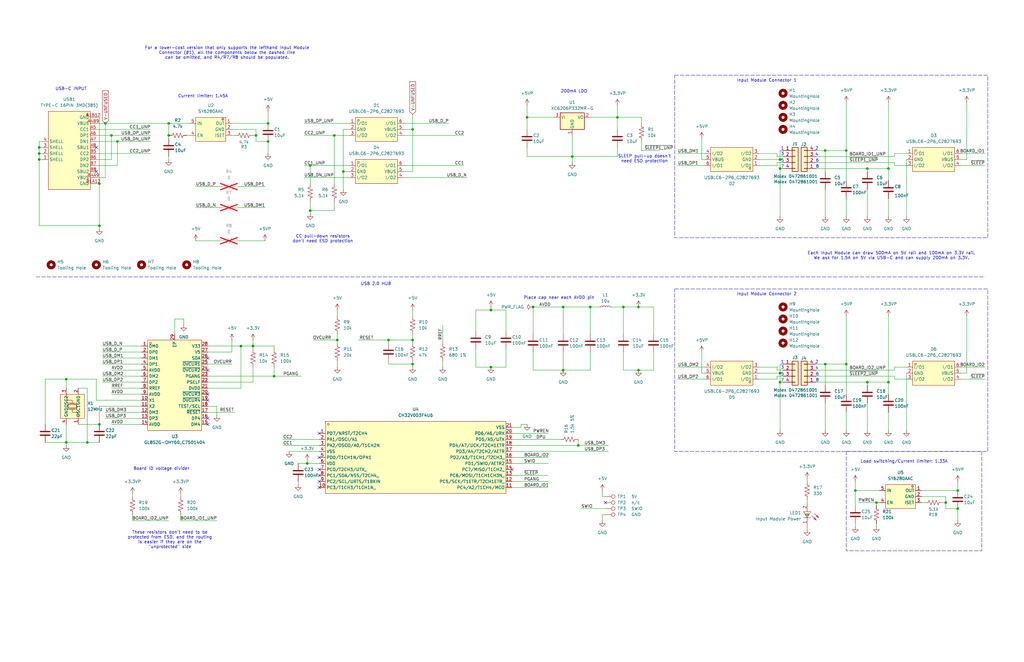
<source format=kicad_sch>
(kicad_sch (version 20231120) (generator "eeschema") (generator_version "8.0")
  (paper "B")
  (junction (at 27.94 186.69))
  (junction (at 129.54 195.58))
  (junction (at 374.65 161.29))
  (junction (at 241.3 66.04))
  (junction (at 144.78 72.39))
  (junction (at 328.93 161.29))
  (junction (at 347.98 63.5))
  (junction (at 237.49 129.54))
  (junction (at 224.79 129.54))
  (junction (at 41.91 179.07))
  (junction (at 403.86 207.01))
  (junction (at 328.93 67.31))
  (junction (at 403.86 214.63))
  (junction (at 115.57 158.75))
  (junction (at 113.03 59.69))
  (junction (at 41.91 95.25))
  (junction (at 398.78 212.09))
  (junction (at 328.93 71.12))
  (junction (at 237.49 156.21))
  (junction (at 173.99 54.61))
  (junction (at 44.45 52.07))
  (junction (at 262.89 129.54))
  (junction (at 173.99 143.51))
  (junction (at 248.92 129.54))
  (junction (at 130.81 88.9))
  (junction (at 130.81 69.85))
  (junction (at 49.53 59.69))
  (junction (at 16.51 64.77))
  (junction (at 356.87 153.67))
  (junction (at 27.94 160.02))
  (junction (at 46.99 57.15))
  (junction (at 222.25 49.53))
  (junction (at 269.24 129.54))
  (junction (at 374.65 71.12))
  (junction (at 101.6 146.05))
  (junction (at 113.03 52.07))
  (junction (at 173.99 153.67))
  (junction (at 140.97 57.15))
  (junction (at 243.84 187.96))
  (junction (at 207.01 154.94))
  (junction (at 328.93 157.48))
  (junction (at 16.51 67.31))
  (junction (at 347.98 153.67))
  (junction (at 71.12 52.07))
  (junction (at 106.68 146.05))
  (junction (at 260.35 49.53))
  (junction (at 16.51 62.23))
  (junction (at 360.68 207.01))
  (junction (at 369.57 212.09))
  (junction (at 107.95 57.15))
  (junction (at 142.24 143.51))
  (junction (at 71.12 57.15))
  (junction (at 356.87 63.5))
  (junction (at 41.91 77.47))
  (junction (at 36.83 186.69))
  (junction (at 163.83 143.51))
  (junction (at 365.76 161.29))
  (junction (at 207.01 130.81))
  (junction (at 365.76 71.12))
  (junction (at 269.24 156.21))
  (no_connect (at 87.63 168.91))
  (no_connect (at 134.62 198.12))
  (no_connect (at 255.27 212.09))
  (no_connect (at 134.62 182.88))
  (no_connect (at 87.63 179.07))
  (no_connect (at 87.63 156.21))
  (no_connect (at 87.63 166.37))
  (no_connect (at 40.64 72.39))
  (no_connect (at 134.62 205.74))
  (no_connect (at 134.62 193.04))
  (no_connect (at 87.63 151.13))
  (no_connect (at 134.62 200.66))
  (no_connect (at 215.9 198.12))
  (no_connect (at 87.63 176.53))
  (no_connect (at 40.64 62.23))
  (no_connect (at 134.62 203.2))
  (wire (pts (xy 40.64 69.85) (xy 49.53 69.85)))
  (wire (pts (xy 40.64 52.07) (xy 44.45 52.07)))
  (wire (pts (xy 327.66 158.75) (xy 327.66 160.02)))
  (wire (pts (xy 403.86 203.2) (xy 403.86 207.01)))
  (wire (pts (xy 115.57 146.05) (xy 115.57 147.32)))
  (wire (pts (xy 44.45 52.07) (xy 71.12 52.07)))
  (wire (pts (xy 361.95 212.09) (xy 369.57 212.09)))
  (wire (pts (xy 374.65 166.37) (xy 374.65 161.29)))
  (wire (pts (xy 113.03 59.69) (xy 113.03 64.77)))
  (wire (pts (xy 295.91 148.59) (xy 295.91 157.48)))
  (wire (pts (xy 327.66 68.58) (xy 327.66 69.85)))
  (wire (pts (xy 356.87 76.2) (xy 356.87 63.5)))
  (wire (pts (xy 330.2 156.21) (xy 327.66 156.21)))
  (wire (pts (xy 340.36 210.82) (xy 340.36 212.09)))
  (wire (pts (xy 328.93 157.48) (xy 328.93 161.29)))
  (wire (pts (xy 365.76 161.29) (xy 374.65 161.29)))
  (wire (pts (xy 186.69 152.4) (xy 186.69 154.94)))
  (wire (pts (xy 403.86 214.63) (xy 403.86 219.71)))
  (wire (pts (xy 43.18 158.75) (xy 59.69 158.75)))
  (wire (pts (xy 260.35 62.23) (xy 260.35 66.04)))
  (wire (pts (xy 262.89 148.59) (xy 262.89 156.21)))
  (wire (pts (xy 328.93 153.67) (xy 328.93 157.48)))
  (wire (pts (xy 285.75 160.02) (xy 297.18 160.02)))
  (wire (pts (xy 71.12 52.07) (xy 71.12 57.15)))
  (wire (pts (xy 87.63 148.59) (xy 97.79 148.59)))
  (wire (pts (xy 43.18 161.29) (xy 59.69 161.29)))
  (wire (pts (xy 398.78 212.09) (xy 398.78 209.55)))
  (wire (pts (xy 270.51 59.69) (xy 270.51 63.5)))
  (wire (pts (xy 344.17 63.5) (xy 347.98 63.5)))
  (wire (pts (xy 330.2 66.04) (xy 327.66 66.04)))
  (wire (pts (xy 125.73 203.2) (xy 125.73 204.47)))
  (wire (pts (xy 382.27 67.31) (xy 382.27 91.44)))
  (wire (pts (xy 330.2 68.58) (xy 327.66 68.58)))
  (wire (pts (xy 344.17 66.04) (xy 377.19 66.04)))
  (wire (pts (xy 87.63 171.45) (xy 91.44 171.45)))
  (wire (pts (xy 222.25 62.23) (xy 222.25 66.04)))
  (wire (pts (xy 215.9 187.96) (xy 243.84 187.96)))
  (wire (pts (xy 222.25 44.45) (xy 222.25 49.53)))
  (wire (pts (xy 377.19 68.58) (xy 344.17 68.58)))
  (wire (pts (xy 33.02 163.83) (xy 36.83 163.83)))
  (wire (pts (xy 215.9 195.58) (xy 231.14 195.58)))
  (wire (pts (xy 186.69 137.16) (xy 186.69 144.78)))
  (wire (pts (xy 200.66 154.94) (xy 207.01 154.94)))
  (wire (pts (xy 27.94 160.02) (xy 27.94 163.83)))
  (wire (pts (xy 377.19 158.75) (xy 344.17 158.75)))
  (wire (pts (xy 27.94 186.69) (xy 36.83 186.69)))
  (wire (pts (xy 243.84 185.42) (xy 243.84 187.96)))
  (wire (pts (xy 16.51 59.69) (xy 16.51 62.23)))
  (wire (pts (xy 215.9 205.74) (xy 231.14 205.74)))
  (wire (pts (xy 91.44 171.45) (xy 91.44 175.26)))
  (wire (pts (xy 87.63 153.67) (xy 97.79 153.67)))
  (wire (pts (xy 275.59 129.54) (xy 269.24 129.54)))
  (wire (pts (xy 405.13 67.31) (xy 407.67 67.31)))
  (wire (pts (xy 260.35 44.45) (xy 260.35 49.53)))
  (wire (pts (xy 243.84 187.96) (xy 256.54 187.96)))
  (wire (pts (xy 369.57 213.36) (xy 369.57 212.09)))
  (wire (pts (xy 224.79 129.54) (xy 237.49 129.54)))
  (wire (pts (xy 36.83 163.83) (xy 36.83 186.69)))
  (wire (pts (xy 237.49 148.59) (xy 237.49 156.21)))
  (wire (pts (xy 40.64 59.69) (xy 49.53 59.69)))
  (wire (pts (xy 19.05 186.69) (xy 27.94 186.69)))
  (wire (pts (xy 207.01 154.94) (xy 213.36 154.94)))
  (wire (pts (xy 173.99 140.97) (xy 173.99 143.51)))
  (wire (pts (xy 55.88 217.17) (xy 55.88 219.71)))
  (wire (pts (xy 33.02 179.07) (xy 41.91 179.07)))
  (wire (pts (xy 257.81 129.54) (xy 262.89 129.54)))
  (wire (pts (xy 377.19 66.04) (xy 377.19 64.77)))
  (wire (pts (xy 405.13 157.48) (xy 407.67 157.48)))
  (wire (pts (xy 285.75 64.77) (xy 297.18 64.77)))
  (wire (pts (xy 46.99 57.15) (xy 63.5 57.15)))
  (wire (pts (xy 46.99 163.83) (xy 59.69 163.83)))
  (wire (pts (xy 254 217.17) (xy 255.27 217.17)))
  (wire (pts (xy 320.04 154.94) (xy 327.66 154.94)))
  (wire (pts (xy 130.81 85.09) (xy 130.81 88.9)))
  (wire (pts (xy 330.2 161.29) (xy 328.93 161.29)))
  (wire (pts (xy 347.98 63.5) (xy 347.98 72.39)))
  (wire (pts (xy 40.64 77.47) (xy 41.91 77.47)))
  (wire (pts (xy 388.62 209.55) (xy 398.78 209.55)))
  (wire (pts (xy 213.36 154.94) (xy 213.36 147.32)))
  (wire (pts (xy 40.64 74.93) (xy 44.45 74.93)))
  (wire (pts (xy 219.71 179.07) (xy 219.71 180.34)))
  (wire (pts (xy 16.51 67.31) (xy 16.51 64.77)))
  (wire (pts (xy 100.33 87.63) (xy 111.76 87.63)))
  (wire (pts (xy 377.19 160.02) (xy 382.27 160.02)))
  (wire (pts (xy 128.27 69.85) (xy 130.81 69.85)))
  (wire (pts (xy 374.65 173.99) (xy 374.65 181.61)))
  (wire (pts (xy 134.62 195.58) (xy 129.54 195.58)))
  (wire (pts (xy 71.12 57.15) (xy 71.12 58.42)))
  (wire (pts (xy 170.18 74.93) (xy 196.85 74.93)))
  (wire (pts (xy 369.57 220.98) (xy 369.57 222.25)))
  (wire (pts (xy 356.87 43.18) (xy 356.87 63.5)))
  (wire (pts (xy 285.75 69.85) (xy 297.18 69.85)))
  (wire (pts (xy 388.62 207.01) (xy 403.86 207.01)))
  (wire (pts (xy 46.99 156.21) (xy 59.69 156.21)))
  (wire (pts (xy 140.97 85.09) (xy 140.97 88.9)))
  (wire (pts (xy 115.57 154.94) (xy 115.57 158.75)))
  (wire (pts (xy 222.25 49.53) (xy 233.68 49.53)))
  (wire (pts (xy 200.66 130.81) (xy 200.66 139.7)))
  (wire (pts (xy 407.67 133.35) (xy 407.67 157.48)))
  (wire (pts (xy 40.64 67.31) (xy 46.99 67.31)))
  (wire (pts (xy 130.81 88.9) (xy 130.81 90.17)))
  (wire (pts (xy 97.79 52.07) (xy 113.03 52.07)))
  (wire (pts (xy 320.04 64.77) (xy 327.66 64.77)))
  (wire (pts (xy 40.64 54.61) (xy 63.5 54.61)))
  (wire (pts (xy 101.6 163.83) (xy 101.6 146.05)))
  (wire (pts (xy 119.38 185.42) (xy 134.62 185.42)))
  (wire (pts (xy 101.6 146.05) (xy 106.68 146.05)))
  (wire (pts (xy 77.47 137.16) (xy 77.47 134.62)))
  (wire (pts (xy 297.18 67.31) (xy 295.91 67.31)))
  (wire (pts (xy 128.27 74.93) (xy 147.32 74.93)))
  (wire (pts (xy 340.36 201.93) (xy 340.36 203.2)))
  (wire (pts (xy 365.76 162.56) (xy 365.76 161.29)))
  (wire (pts (xy 270.51 63.5) (xy 278.13 63.5)))
  (wire (pts (xy 40.64 49.53) (xy 41.91 49.53)))
  (wire (pts (xy 365.76 71.12) (xy 374.65 71.12)))
  (wire (pts (xy 71.12 52.07) (xy 80.01 52.07)))
  (wire (pts (xy 82.55 101.6) (xy 92.71 101.6)))
  (wire (pts (xy 16.51 67.31) (xy 16.51 95.25)))
  (wire (pts (xy 219.71 179.07) (xy 222.25 179.07)))
  (wire (pts (xy 107.95 59.69) (xy 113.03 59.69)))
  (wire (pts (xy 340.36 222.25) (xy 340.36 223.52)))
  (wire (pts (xy 115.57 158.75) (xy 127 158.75)))
  (wire (pts (xy 27.94 179.07) (xy 27.94 186.69)))
  (wire (pts (xy 144.78 72.39) (xy 147.32 72.39)))
  (wire (pts (xy 128.27 52.07) (xy 147.32 52.07)))
  (wire (pts (xy 113.03 46.99) (xy 113.03 52.07)))
  (wire (pts (xy 200.66 130.81) (xy 207.01 130.81)))
  (wire (pts (xy 222.25 49.53) (xy 222.25 54.61)))
  (wire (pts (xy 40.64 57.15) (xy 46.99 57.15)))
  (wire (pts (xy 170.18 52.07) (xy 189.23 52.07)))
  (wire (pts (xy 215.9 193.04) (xy 231.14 193.04)))
  (wire (pts (xy 219.71 180.34) (xy 215.9 180.34)))
  (wire (pts (xy 170.18 72.39) (xy 173.99 72.39)))
  (wire (pts (xy 36.83 186.69) (xy 41.91 186.69)))
  (wire (pts (xy 262.89 129.54) (xy 262.89 140.97)))
  (wire (pts (xy 173.99 130.81) (xy 173.99 133.35)))
  (wire (pts (xy 142.24 140.97) (xy 142.24 143.51)))
  (wire (pts (xy 260.35 49.53) (xy 260.35 54.61)))
  (wire (pts (xy 87.63 158.75) (xy 115.57 158.75)))
  (wire (pts (xy 41.91 179.07) (xy 41.91 171.45)))
  (wire (pts (xy 328.93 71.12) (xy 328.93 91.44)))
  (wire (pts (xy 100.33 101.6) (xy 111.76 101.6)))
  (wire (pts (xy 241.3 66.04) (xy 241.3 68.58)))
  (wire (pts (xy 130.81 69.85) (xy 130.81 77.47)))
  (wire (pts (xy 347.98 170.18) (xy 347.98 181.61)))
  (wire (pts (xy 365.76 72.39) (xy 365.76 71.12)))
  (wire (pts (xy 27.94 186.69) (xy 27.94 187.96)))
  (wire (pts (xy 344.17 161.29) (xy 365.76 161.29)))
  (wire (pts (xy 254 219.71) (xy 254 217.17)))
  (wire (pts (xy 200.66 147.32) (xy 200.66 154.94)))
  (wire (pts (xy 16.51 64.77) (xy 16.51 62.23)))
  (wire (pts (xy 17.78 67.31) (xy 16.51 67.31)))
  (wire (pts (xy 241.3 57.15) (xy 241.3 66.04)))
  (wire (pts (xy 106.68 57.15) (xy 107.95 57.15)))
  (wire (pts (xy 377.19 64.77) (xy 382.27 64.77)))
  (wire (pts (xy 170.18 57.15) (xy 195.58 57.15)))
  (wire (pts (xy 16.51 62.23) (xy 17.78 62.23)))
  (wire (pts (xy 41.91 77.47) (xy 41.91 95.25)))
  (wire (pts (xy 140.97 57.15) (xy 147.32 57.15)))
  (wire (pts (xy 224.79 140.97) (xy 224.79 129.54)))
  (wire (pts (xy 285.75 154.94) (xy 297.18 154.94)))
  (wire (pts (xy 320.04 157.48) (xy 328.93 157.48)))
  (wire (pts (xy 19.05 160.02) (xy 27.94 160.02)))
  (wire (pts (xy 130.81 88.9) (xy 140.97 88.9)))
  (wire (pts (xy 43.18 146.05) (xy 59.69 146.05)))
  (wire (pts (xy 97.79 57.15) (xy 99.06 57.15)))
  (wire (pts (xy 207.01 129.54) (xy 207.01 130.81)))
  (wire (pts (xy 269.24 156.21) (xy 275.59 156.21)))
  (wire (pts (xy 76.2 217.17) (xy 76.2 219.71)))
  (wire (pts (xy 248.92 129.54) (xy 252.73 129.54)))
  (wire (pts (xy 106.68 146.05) (xy 115.57 146.05)))
  (wire (pts (xy 41.91 49.53) (xy 41.91 77.47)))
  (wire (pts (xy 43.18 148.59) (xy 59.69 148.59)))
  (wire (pts (xy 17.78 64.77) (xy 16.51 64.77)))
  (wire (pts (xy 248.92 148.59) (xy 248.92 156.21)))
  (wire (pts (xy 374.65 133.35) (xy 374.65 161.29)))
  (wire (pts (xy 55.88 208.28) (xy 55.88 209.55)))
  (wire (pts (xy 43.18 153.67) (xy 59.69 153.67)))
  (wire (pts (xy 144.78 72.39) (xy 144.78 80.01)))
  (wire (pts (xy 76.2 219.71) (xy 91.44 219.71)))
  (wire (pts (xy 142.24 130.81) (xy 142.24 133.35)))
  (wire (pts (xy 377.19 68.58) (xy 377.19 69.85)))
  (wire (pts (xy 173.99 54.61) (xy 170.18 54.61)))
  (wire (pts (xy 76.2 208.28) (xy 76.2 209.55)))
  (wire (pts (xy 328.93 67.31) (xy 328.93 71.12)))
  (wire (pts (xy 405.13 154.94) (xy 415.29 154.94)))
  (wire (pts (xy 142.24 143.51) (xy 142.24 144.78)))
  (wire (pts (xy 144.78 54.61) (xy 144.78 72.39)))
  (wire (pts (xy 151.13 143.51) (xy 163.83 143.51)))
  (wire (pts (xy 405.13 69.85) (xy 415.29 69.85)))
  (wire (pts (xy 224.79 156.21) (xy 237.49 156.21)))
  (wire (pts (xy 327.66 156.21) (xy 327.66 154.94)))
  (wire (pts (xy 248.92 140.97) (xy 248.92 129.54)))
  (wire (pts (xy 132.08 143.51) (xy 142.24 143.51)))
  (wire (pts (xy 46.99 166.37) (xy 59.69 166.37)))
  (wire (pts (xy 163.83 143.51) (xy 173.99 143.51)))
  (wire (pts (xy 77.47 134.62) (xy 73.66 134.62)))
  (wire (pts (xy 377.19 69.85) (xy 382.27 69.85)))
  (wire (pts (xy 215.9 203.2) (xy 231.14 203.2)))
  (wire (pts (xy 106.68 146.05) (xy 106.68 147.32)))
  (wire (pts (xy 254 209.55) (xy 254 207.01)))
  (wire (pts (xy 224.79 148.59) (xy 224.79 156.21)))
  (wire (pts (xy 347.98 63.5) (xy 356.87 63.5)))
  (wire (pts (xy 382.27 157.48) (xy 382.27 181.61)))
  (wire (pts (xy 344.17 71.12) (xy 365.76 71.12)))
  (wire (pts (xy 248.92 156.21) (xy 237.49 156.21)))
  (wire (pts (xy 347.98 80.01) (xy 347.98 91.44)))
  (wire (pts (xy 97.79 143.51) (xy 97.79 148.59)))
  (wire (pts (xy 71.12 66.04) (xy 71.12 67.31)))
  (wire (pts (xy 320.04 160.02) (xy 327.66 160.02)))
  (wire (pts (xy 360.68 207.01) (xy 360.68 213.36)))
  (wire (pts (xy 245.11 214.63) (xy 255.27 214.63)))
  (wire (pts (xy 344.17 153.67) (xy 347.98 153.67)))
  (wire (pts (xy 237.49 129.54) (xy 237.49 140.97)))
  (wire (pts (xy 407.67 43.18) (xy 407.67 67.31)))
  (wire (pts (xy 44.45 74.93) (xy 44.45 52.07)))
  (wire (pts (xy 369.57 212.09) (xy 370.84 212.09)))
  (wire (pts (xy 17.78 59.69) (xy 16.51 59.69)))
  (wire (pts (xy 262.89 156.21) (xy 269.24 156.21)))
  (wire (pts (xy 320.04 67.31) (xy 328.93 67.31)))
  (wire (pts (xy 19.05 179.07) (xy 19.05 160.02)))
  (wire (pts (xy 40.64 64.77) (xy 63.5 64.77)))
  (wire (pts (xy 397.51 212.09) (xy 398.78 212.09)))
  (wire (pts (xy 356.87 166.37) (xy 356.87 153.67)))
  (wire (pts (xy 173.99 152.4) (xy 173.99 153.67)))
  (wire (pts (xy 43.18 151.13) (xy 59.69 151.13)))
  (wire (pts (xy 215.9 190.5) (xy 256.54 190.5)))
  (wire (pts (xy 49.53 59.69) (xy 63.5 59.69)))
  (wire (pts (xy 377.19 158.75) (xy 377.19 160.02)))
  (wire (pts (xy 97.79 54.61) (xy 107.95 54.61)))
  (wire (pts (xy 388.62 212.09) (xy 389.89 212.09)))
  (wire (pts (xy 374.65 43.18) (xy 374.65 71.12)))
  (wire (pts (xy 330.2 63.5) (xy 328.93 63.5)))
  (wire (pts (xy 106.68 143.51) (xy 106.68 146.05)))
  (wire (pts (xy 275.59 156.21) (xy 275.59 148.59)))
  (wire (pts (xy 330.2 153.67) (xy 328.93 153.67)))
  (wire (pts (xy 40.64 160.02) (xy 27.94 160.02)))
  (wire (pts (xy 40.64 168.91) (xy 40.64 160.02)))
  (wire (pts (xy 360.68 207.01) (xy 370.84 207.01)))
  (wire (pts (xy 270.51 49.53) (xy 270.51 52.07)))
  (wire (pts (xy 170.18 69.85) (xy 195.58 69.85)))
  (wire (pts (xy 41.91 95.25) (xy 41.91 96.52)))
  (wire (pts (xy 163.83 152.4) (xy 163.83 153.67)))
  (wire (pts (xy 328.93 161.29) (xy 328.93 181.61)))
  (wire (pts (xy 173.99 72.39) (xy 173.99 54.61)))
  (wire (pts (xy 260.35 49.53) (xy 270.51 49.53)))
  (wire (pts (xy 46.99 67.31) (xy 46.99 57.15)))
  (wire (pts (xy 82.55 87.63) (xy 92.71 87.63)))
  (wire (pts (xy 163.83 144.78) (xy 163.83 143.51)))
  (wire (pts (xy 119.38 187.96) (xy 134.62 187.96)))
  (wire (pts (xy 356.87 133.35) (xy 356.87 153.67)))
  (wire (pts (xy 275.59 140.97) (xy 275.59 129.54)))
  (wire (pts (xy 248.92 129.54) (xy 237.49 129.54)))
  (wire (pts (xy 374.65 76.2) (xy 374.65 71.12)))
  (wire (pts (xy 128.27 57.15) (xy 140.97 57.15)))
  (wire (pts (xy 320.04 69.85) (xy 327.66 69.85)))
  (wire (pts (xy 87.63 161.29) (xy 106.68 161.29)))
  (wire (pts (xy 360.68 203.2) (xy 360.68 207.01)))
  (wire (pts (xy 295.91 58.42) (xy 295.91 67.31)))
  (wire (pts (xy 222.25 66.04) (xy 241.3 66.04)))
  (wire (pts (xy 269.24 129.54) (xy 262.89 129.54)))
  (wire (pts (xy 107.95 57.15) (xy 107.95 54.61)))
  (wire (pts (xy 328.93 63.5) (xy 328.93 67.31)))
  (wire (pts (xy 125.73 195.58) (xy 129.54 195.58)))
  (wire (pts (xy 142.24 152.4) (xy 142.24 154.94)))
  (wire (pts (xy 213.36 139.7) (xy 213.36 130.81)))
  (wire (pts (xy 405.13 160.02) (xy 415.29 160.02)))
  (wire (pts (xy 55.88 219.71) (xy 71.12 219.71)))
  (polyline (pts (xy 15.24 116.84) (xy 415.29 116.84)) (stroke (width 0) (type dash)))
  (wire (pts (xy 215.9 185.42) (xy 236.22 185.42)))
  (wire (pts (xy 215.9 200.66) (xy 231.14 200.66)))
  (wire (pts (xy 374.65 83.82) (xy 374.65 91.44)))
  (wire (pts (xy 106.68 161.29) (xy 106.68 154.94)))
  (wire (pts (xy 173.99 143.51) (xy 173.99 144.78)))
  (wire (pts (xy 173.99 48.26) (xy 173.99 54.61)))
  (wire (pts (xy 82.55 78.74) (xy 92.71 78.74)))
  (wire (pts (xy 130.81 69.85) (xy 147.32 69.85)))
  (wire (pts (xy 16.51 95.25) (xy 41.91 95.25)))
  (wire (pts (xy 356.87 83.82) (xy 356.87 91.44)))
  (wire (pts (xy 87.63 146.05) (xy 101.6 146.05)))
  (wire (pts (xy 360.68 220.98) (xy 360.68 222.25)))
  (wire (pts (xy 40.64 168.91) (xy 59.69 168.91)))
  (wire (pts (xy 330.2 71.12) (xy 328.93 71.12)))
  (wire (pts (xy 215.9 182.88) (xy 231.14 182.88)))
  (wire (pts (xy 365.76 170.18) (xy 365.76 181.61)))
  (wire (pts (xy 129.54 195.58) (xy 129.54 194.31)))
  (wire (pts (xy 49.53 59.69) (xy 49.53 69.85)))
  (wire (pts (xy 344.17 156.21) (xy 377.19 156.21)))
  (wire (pts (xy 377.19 154.94) (xy 382.27 154.94)))
  (wire (pts (xy 44.45 173.99) (xy 59.69 173.99)))
  (wire (pts (xy 140.97 57.15) (xy 140.97 77.47)))
  (wire (pts (xy 147.32 54.61) (xy 144.78 54.61)))
  (wire (pts (xy 121.92 190.5) (xy 134.62 190.5)))
  (wire (pts (xy 347.98 153.67) (xy 347.98 162.56)))
  (wire (pts (xy 73.66 134.62) (xy 73.66 140.97)))
  (wire (pts (xy 398.78 214.63) (xy 403.86 214.63)))
  (wire (pts (xy 405.13 64.77) (xy 415.29 64.77)))
  (wire (pts (xy 260.35 49.53) (xy 248.92 49.53)))
  (wire (pts (xy 41.91 171.45) (xy 59.69 171.45)))
  (wire (pts (xy 377.19 156.21) (xy 377.19 154.94)))
  (wire (pts (xy 173.99 153.67) (xy 173.99 154.94)))
  (wire (pts (xy 100.33 78.74) (xy 111.76 78.74)))
  (wire (pts (xy 255.27 209.55) (xy 254 209.55)))
  (wire (pts (xy 327.66 66.04) (xy 327.66 64.77)))
  (wire (pts (xy 365.76 80.01) (xy 365.76 91.44)))
  (wire (pts (xy 398.78 214.63) (xy 398.78 212.09)))
  (wire (pts (xy 330.2 158.75) (xy 327.66 158.75)))
  (wire (pts (xy 297.18 157.48) (xy 295.91 157.48)))
  (wire (pts (xy 207.01 130.81) (xy 213.36 130.81)))
  (wire (pts (xy 347.98 153.67) (xy 356.87 153.67)))
  (wire (pts (xy 46.99 179.07) (xy 59.69 179.07)))
  (wire (pts (xy 356.87 173.99) (xy 356.87 181.61)))
  (wire (pts (xy 107.95 59.69) (xy 107.95 57.15)))
  (wire (pts (xy 241.3 66.04) (xy 260.35 66.04)))
  (wire (pts (xy 78.74 57.15) (xy 80.01 57.15)))
  (wire (pts (xy 163.83 153.67) (xy 173.99 153.67)))
  (wire (pts (xy 87.63 173.99) (xy 99.06 173.99)))
  (wire (pts (xy 44.45 176.53) (xy 59.69 176.53)))
  (wire (pts (xy 87.63 163.83) (xy 101.6 163.83)))
  (rectangle (start 284.48 121.92) (end 416.56 190.5) (stroke (width 0) (type dash)))
  (rectangle (start 284.48 31.75) (end 416.56 100.33) (stroke (width 0) (type dash)))
  (rectangle (start 356.87 190.5) (end 414.02 232.41) (stroke (width 0) (type dash)))
  (text "Place cap near each AVDD pin" (at 235.712 125.73 0) (effects (font (size 1.27 1.27))))
  (text "200mA LDO" (at 236.474 39.37 0) (effects (font (size 1.27 1.27)) (justify left bottom)))
  (text "CC pull-down resistors\ndon't need ESD protection" (at 136.144 100.838 0) (effects (font (size 1.27 1.27))))
  (text "7" (at 329.946 70.358 0) (effects (font (size 1.27 1.27))))
  (text "5" (at 329.946 67.818 0) (effects (font (size 1.27 1.27))))
  (text "Board ID voltage divider" (at 68.072 197.866 0) (effects (font (size 1.27 1.27))))
  (text "4" (at 344.424 65.278 0) (effects (font (size 1.27 1.27))))
  (text "7" (at 329.946 160.528 0) (effects (font (size 1.27 1.27))))
  (text "1" (at 329.946 152.908 0) (effects (font (size 1.27 1.27))))
  (text "USB-C INPUT" (at 29.972 37.592 0) (effects (font (size 1.27 1.27))))
  (text "8" (at 344.678 70.358 0) (effects (font (size 1.27 1.27))))
  (text "6" (at 344.678 67.818 0) (effects (font (size 1.27 1.27))))
  (text "8" (at 344.678 160.528 0) (effects (font (size 1.27 1.27))))
  (text "3" (at 329.946 65.024 0) (effects (font (size 1.27 1.27))))
  (text "Load switching/Current limiter: 1.33A" (at 381.254 194.818 0) (effects (font (size 1.27 1.27))))
  (text "Input Module Connector 2" (at 323.342 124.206 0) (effects (font (size 1.27 1.27))))
  (text "2" (at 344.424 62.738 0) (effects (font (size 1.27 1.27))))
  (text "4" (at 344.424 155.448 0) (effects (font (size 1.27 1.27))))
  (text "6" (at 344.678 157.988 0) (effects (font (size 1.27 1.27))))
  (text "Input Module Connector 1" (at 323.342 34.036 0) (effects (font (size 1.27 1.27))))
  (text "5" (at 329.946 157.988 0) (effects (font (size 1.27 1.27))))
  (text "2" (at 344.424 152.908 0) (effects (font (size 1.27 1.27))))
  (text "USB 2.0 HUB" (at 158.496 119.888 0) (effects (font (size 1.27 1.27))))
  (text "Current limiter: 1.45A" (at 85.598 40.64 0) (effects (font (size 1.27 1.27))))
  (text "These resistors don't need to be\nprotected from ESD, and the routing\nis easier if they are on the\n\"unprotected\" side" (at 71.628 227.838 0) (effects (font (size 1.27 1.27))))
  (text "SLEEP pull-up doesn't\nneed ESD protection" (at 271.78 67.056 0) (effects (font (size 1.27 1.27))))
  (text "Each Input Module can draw 500mA on 5V rail and 100mA on 3.3V rail.\nWe ask for 1.5A on 5V via USB-C and can supply 200mA on 3.3V." (at 375.92 107.95 0) (effects (font (size 1.27 1.27))))
  (text "For a lower-cost version that only supports the lefthand Input Module\nConnector (#1), all the components below the dashed line\ncan be omitted, and R4/R7/R8 should be populated." (at 95.758 22.352 0) (effects (font (size 1.27 1.27))))
  (text "1" (at 329.946 62.738 0) (effects (font (size 1.27 1.27))))
  (text "3" (at 329.946 155.194 0) (effects (font (size 1.27 1.27))))
  (label "USB_DP3" (at 44.45 176.53 0))
  (label "USB_D_P" (at 82.55 78.74 0))
  (label "AVDD" (at 46.99 166.37 0))
  (label "USB_DM1" (at 43.18 151.13 0))
  (label "CC1_UNP" (at 54.61 54.61 0))
  (label "USB_D_P" (at 43.18 148.59 0))
  (label "CC1" (at 191.77 69.85 0))
  (label "USB_DM1" (at 285.75 64.77 0))
  (label "USB_DM3" (at 246.38 187.96 0))
  (label "USB_DP_UNP" (at 63.5 57.15 180))
  (label "PWREN" (at 224.79 182.88 0))
  (label "AVDD" (at 227.33 129.54 0))
  (label "PGANG" (at 119.38 158.75 0))
  (label "~{SLEEP2_UNP}" (at 358.14 158.75 0))
  (label "DPU" (at 226.06 185.42 0))
  (label "OVCURR" (at 139.7 143.51 180))
  (label "BOARD_ID1_UNP" (at 358.14 66.04 0))
  (label "BOARD_ID2_UNP" (at 71.12 219.71 180))
  (label "USB_DP1" (at 43.18 153.67 0))
  (label "AVDD" (at 46.99 179.07 0))
  (label "USB_DP1" (at 285.75 69.85 0))
  (label "SWIO" (at 220.98 195.58 0))
  (label "~{SLEEP1_UNP}" (at 271.78 63.5 0))
  (label "USB_DM3" (at 44.45 173.99 0))
  (label "USB_DM1" (at 102.87 87.63 0))
  (label "RREF" (at 46.99 163.83 0))
  (label "USB_D_P" (at 189.23 52.07 180))
  (label "RESET" (at 92.71 173.99 0))
  (label "SWIO" (at 245.11 214.63 0))
  (label "PGANG" (at 220.98 203.2 0))
  (label "OVCURR" (at 97.79 153.67 180))
  (label "BOARD_ID1" (at 220.98 205.74 0))
  (label "USB_DP2" (at 43.18 161.29 0))
  (label "BOARD_ID2" (at 415.29 154.94 180))
  (label "USB_DP2" (at 285.75 160.02 0))
  (label "~{SLEEP}" (at 220.98 200.66 0))
  (label "RESET" (at 157.48 143.51 180))
  (label "BOARD_ID1" (at 415.29 64.77 180))
  (label "USB_DM2" (at 285.75 154.94 0))
  (label "CC2_UNP" (at 54.61 64.77 0))
  (label "CC1" (at 119.38 187.96 0))
  (label "CC2_UNP" (at 128.27 57.15 0))
  (label "USB_DN_UNP" (at 63.5 59.69 180))
  (label "~{SLEEP}" (at 415.29 160.02 180))
  (label "CC2" (at 119.38 185.42 0))
  (label "BOARD_ID1_UNP" (at 91.44 219.71 180))
  (label "PWREN" (at 361.95 212.09 0))
  (label "AVDD" (at 46.99 156.21 0))
  (label "USB_DP3" (at 246.38 190.5 0))
  (label "USB_DP1" (at 102.87 78.74 0))
  (label "RREF" (at 186.69 143.51 90))
  (label "~{SLEEP1_UNP}" (at 358.14 68.58 0))
  (label "BOARD_ID2_UNP" (at 358.14 156.21 0))
  (label "USB_DN_UNP" (at 128.27 74.93 0))
  (label "CC1_UNP" (at 128.27 69.85 0))
  (label "USB_D_N" (at 196.85 74.93 180))
  (label "USB_DM2" (at 43.18 158.75 0))
  (label "USB_D_N" (at 43.18 146.05 0))
  (label "CC2" (at 191.77 57.15 0))
  (label "~{SLEEP}" (at 415.29 69.85 180))
  (label "USB_DP_UNP" (at 128.27 52.07 0))
  (label "USB_D_N" (at 82.55 87.63 0))
  (label "BOARD_ID2" (at 220.98 193.04 0))
  (global_label "V-UNFUSED" (shape input) (at 44.45 52.07 90) (property "Intersheetrefs" "${INTERSHEET_REFS}" (effects (hide yes))))
  (global_label "V-UNFUSED" (shape input) (at 173.99 48.26 90) (property "Intersheetrefs" "${INTERSHEET_REFS}" (effects (hide yes))))
  (symbol (lib_id "power:+3.3VP") (at 340.36 201.93 0) (unit 1)
    (property "Reference" "#PWR048" (effects (hide yes)))
    (property "Value" "+3.3VP" (at 340.36 196.85 0))
    (property "Description" "Power symbol creates a global label with name \"+3.3VP\"" (effects (hide yes)))
  )
  (symbol (lib_id "Device:C") (at 237.49 144.78 0) (unit 1)
    (property "Reference" "C12" (at 240.03 143.51 0) (effects (justify left)))
    (property "Value" "100nF" (at 240.03 146.05 0) (effects (justify left)))
    (property "Footprint" "Capacitor_SMD:C_0402_1005Metric" (effects (hide yes)))
    (property "Description" "Unpolarized capacitor" (effects (hide yes)))
    (property "LCSC Part" "C1525" (effects (hide yes)))
  )
  (symbol (lib_id "Device:C") (at 19.05 182.88 0) (unit 1)
    (property "Reference" "C21" (at 21.59 181.61 0) (effects (justify left)))
    (property "Value" "22pF" (at 21.59 184.15 0) (effects (justify left)))
    (property "Footprint" "Capacitor_SMD:C_0402_1005Metric" (effects (hide yes)))
    (property "Description" "Unpolarized capacitor" (effects (hide yes)))
    (property "LCSC Part" "C1555" (effects (hide yes)))
  )
  (symbol (lib_id "ExternalMount:USBLC6-2P6_C2827693") (at 308.61 157.48 180) (unit 1)
    (property "Reference" "D5" (at 308.61 167.64 0))
    (property "Value" "USBLC6-2P6_C2827693" (at 308.61 165.1 0))
    (property "Footprint" "ExternalMount:SOT-666-6_L1.6-W1.2-P0.50-LS1.6-BL" (effects (hide yes)))
    (property "LCSC Part" "C2827693" (effects (hide yes)))
  )
  (symbol (lib_id "ExternalMount:USBLC6-2P6_C2827693") (at 158.75 72.39 0) (unit 1)
    (property "Reference" "D4" (at 158.75 62.23 0))
    (property "Value" "USBLC6-2P6_C2827693" (at 158.75 64.77 0))
    (property "Footprint" "ExternalMount:SOT-666-6_L1.6-W1.2-P0.50-LS1.6-BL" (effects (hide yes)))
    (property "LCSC Part" "C2827693" (effects (hide yes)))
  )
  (symbol (lib_id "power:GND") (at 360.68 222.25 0) (unit 1)
    (property "Reference" "#PWR057" (effects (hide yes)))
    (property "Value" "GND" (at 360.68 227.33 0))
    (property "Description" "Power symbol creates a global label with name \"GND\" , ground" (effects (hide yes)))
  )
  (symbol (lib_id "power:GND") (at 142.24 154.94 0) (unit 1)
    (property "Reference" "#PWR031" (effects (hide yes)))
    (property "Value" "GND" (at 142.24 160.02 0))
    (property "Description" "Power symbol creates a global label with name \"GND\" , ground" (effects (hide yes)))
  )
  (symbol (lib_id "Device:R_US") (at 55.88 213.36 0) (unit 1)
    (property "Reference" "R19" (at 58.42 212.09 0) (effects (justify left)))
    (property "Value" "100k" (at 58.42 214.63 0) (effects (justify left)))
    (property "Footprint" "Resistor_SMD:R_0402_1005Metric" (effects (hide yes)))
    (property "Description" "Resistor, US symbol" (effects (hide yes)))
    (property "LCSC Part" "C25741" (effects (hide yes)))
  )
  (symbol (lib_id "power:GND") (at 130.81 90.17 0) (unit 1)
    (property "Reference" "#PWR012" (effects (hide yes)))
    (property "Value" "GND" (at 130.81 95.25 0))
    (property "Description" "Power symbol creates a global label with name \"GND\" , ground" (effects (hide yes)))
  )
  (symbol (lib_id "Device:C") (at 374.65 80.01 0) (unit 1)
    (property "Reference" "C8" (at 377.19 78.74 0) (effects (justify left)))
    (property "Value" "100nF" (at 377.19 82.55 0) (effects (justify left)))
    (property "Footprint" "Capacitor_SMD:C_0402_1005Metric" (effects (hide yes)))
    (property "Description" "Unpolarized capacitor" (effects (hide yes)))
    (property "LCSC Part" "C1525" (effects (hide yes)))
  )
  (symbol (lib_id "Device:L_Small") (at 255.27 129.54 90) (unit 1)
    (property "Reference" "L1" (at 255.27 124.46 90))
    (property "Value" "10u" (at 255.27 127 90))
    (property "Footprint" "Inductor_SMD:L_0805_2012Metric" (effects (hide yes)))
    (property "Description" "Inductor, small symbol" (effects (hide yes)))
    (property "LCSC Part" "C1046" (effects (hide yes)))
  )
  (symbol (lib_id "Device:R_US") (at 186.69 148.59 0) (unit 1)
    (property "Reference" "R13" (at 189.23 147.32 0) (effects (justify left)))
    (property "Value" "680 1%" (at 189.23 149.86 0) (effects (justify left)))
    (property "Footprint" "Resistor_SMD:R_0603_1608Metric" (effects (hide yes)))
    (property "Description" "Resistor, US symbol" (effects (hide yes)))
    (property "LCSC Part" "C23228" (effects (hide yes)))
  )
  (symbol (lib_id "Connector_Generic:Conn_01x04") (at 339.09 68.58 180) (unit 1)
    (property "Reference" "J2" (at 340.106 60.96 0) (effects (justify left)))
    (property "Value" "Molex 0472861001" (at 344.932 76.708 0) (effects (justify left)))
    (property "Footprint" "ExternalMount:Molex_0472861001" (effects (hide yes)))
    (property "Description" "Generic connector, single row, 01x04, script generated (kicad-library-utils/schlib/autogen/connector/)" (effects (hide yes)))
    (property "LCSC Part" "C6961828" (effects (hide yes)))
  )
  (symbol (lib_id "Connector:TestPoint") (at 255.27 212.09 270) (unit 1) (in_bom no)
    (property "Reference" "TP2" (at 260.35 212.09 90) (effects (justify left)))
    (property "Value" "n/c" (at 266.192 212.09 90) (effects (justify left)))
    (property "Footprint" "TestPoint:TestPoint_Pad_1.5x1.5mm" (effects (hide yes)))
    (property "Description" "test point" (effects (hide yes)))
  )
  (symbol (lib_id "Device:C") (at 356.87 80.01 0) (unit 1)
    (property "Reference" "C7" (at 359.41 78.74 0) (effects (justify left)))
    (property "Value" "100nF" (at 359.41 81.28 0) (effects (justify left)))
    (property "Footprint" "Capacitor_SMD:C_0402_1005Metric" (effects (hide yes)))
    (property "Description" "Unpolarized capacitor" (effects (hide yes)))
    (property "LCSC Part" "C1525" (effects (hide yes)))
  )
  (symbol (lib_id "power:GND") (at 144.78 80.01 0) (unit 1)
    (property "Reference" "#PWR010" (effects (hide yes)))
    (property "Value" "GND" (at 144.78 85.09 0))
    (property "Description" "Power symbol creates a global label with name \"GND\" , ground" (effects (hide yes)))
  )
  (symbol (lib_id "Connector_Generic:Conn_01x04") (at 335.28 156.21 0) (unit 1)
    (property "Reference" "J3" (at 334.01 150.876 0) (effects (justify left)))
    (property "Value" "Molex 0472861001" (at 326.136 164.592 0) (effects (justify left)))
    (property "Footprint" "ExternalMount:Molex_0472861001" (effects (hide yes)))
    (property "Description" "Generic connector, single row, 01x04, script generated (kicad-library-utils/schlib/autogen/connector/)" (effects (hide yes)))
    (property "LCSC Part" "C6961828" (effects (hide yes)))
  )
  (symbol (lib_id "power:+5V") (at 113.03 46.99 0) (unit 1)
    (property "Reference" "#PWR05" (effects (hide yes)))
    (property "Value" "+5V" (at 113.03 41.91 0))
    (property "Description" "Power symbol creates a global label with name \"+5V\"" (effects (hide yes)))
  )
  (symbol (lib_id "power:+3.3VP") (at 407.67 43.18 0) (unit 1)
    (property "Reference" "#PWR060" (effects (hide yes)))
    (property "Value" "+3.3VP" (at 407.67 38.1 0))
    (property "Description" "Power symbol creates a global label with name \"+3.3VP\"" (effects (hide yes)))
  )
  (symbol (lib_id "power:+5V") (at 97.79 143.51 0) (unit 1)
    (property "Reference" "#PWR028" (effects (hide yes)))
    (property "Value" "+5V" (at 97.79 138.43 0))
    (property "Description" "Power symbol creates a global label with name \"+5V\"" (effects (hide yes)))
  )
  (symbol (lib_id "ExternalMount:19-213_Y2C-CQ2R2L_3T(CY)") (at 340.36 217.17 270) (mirror x) (unit 1)
    (property "Reference" "LED1" (at 337.82 216.4099 90) (effects (justify right)))
    (property "Value" "Input Module Power" (at 337.82 218.9499 90) (effects (justify right)))
    (property "Footprint" "ExternalMount:LED0603-RD-YELLOW" (effects (hide yes)))
    (property "Datasheet" "https://lcsc.com/product-detail/Light-Emitting-Diodes-LED_0603-Yellow-light_C72038.html" (effects (hide yes)))
    (property "LCSC Part" "C72038" (effects (hide yes)))
  )
  (symbol (lib_id "power:+5VP") (at 295.91 148.59 0) (unit 1)
    (property "Reference" "#PWR030" (effects (hide yes)))
    (property "Value" "+5VP" (at 295.91 143.51 0))
    (property "Description" "Power symbol creates a global label with name \"+5VP\"" (effects (hide yes)))
  )
  (symbol (lib_id "power:GND") (at 347.98 181.61 0) (unit 1)
    (property "Reference" "#PWR041" (effects (hide yes)))
    (property "Value" "GND" (at 347.98 186.69 0))
    (property "Description" "Power symbol creates a global label with name \"GND\" , ground" (effects (hide yes)))
  )
  (symbol (lib_id "power:GND") (at 382.27 91.44 0) (unit 1)
    (property "Reference" "#PWR011" (effects (hide yes)))
    (property "Value" "GND" (at 382.27 96.52 0))
    (property "Description" "Power symbol creates a global label with name \"GND\" , ground" (effects (hide yes)))
  )
  (symbol (lib_id "power:GND") (at 347.98 91.44 0) (unit 1)
    (property "Reference" "#PWR014" (effects (hide yes)))
    (property "Value" "GND" (at 347.98 96.52 0))
    (property "Description" "Power symbol creates a global label with name \"GND\" , ground" (effects (hide yes)))
  )
  (symbol (lib_id "Device:R_US") (at 340.36 207.01 0) (unit 1)
    (property "Reference" "R17" (at 342.9 205.74 0) (effects (justify left)))
    (property "Value" "330" (at 342.9 208.28 0) (effects (justify left)))
    (property "Footprint" "Resistor_SMD:R_0402_1005Metric" (effects (hide yes)))
    (property "Description" "Resistor, US symbol" (effects (hide yes)))
    (property "LCSC Part" "C25104" (effects (hide yes)))
  )
  (symbol (lib_id "Device:C") (at 113.03 55.88 0) (unit 1)
    (property "Reference" "C1" (at 115.57 54.61 0) (effects (justify left)))
    (property "Value" "10uF" (at 115.57 57.15 0) (effects (justify left)))
    (property "Footprint" "Capacitor_SMD:C_0603_1608Metric" (effects (hide yes)))
    (property "Description" "Unpolarized capacitor" (effects (hide yes)))
    (property "LCSC Part" "C96446" (effects (hide yes)))
  )
  (symbol (lib_id "power:GND") (at 365.76 181.61 0) (unit 1)
    (property "Reference" "#PWR043" (effects (hide yes)))
    (property "Value" "GND" (at 365.76 186.69 0))
    (property "Description" "Power symbol creates a global label with name \"GND\" , ground" (effects (hide yes)))
  )
  (symbol (lib_id "power:GND") (at 356.87 91.44 0) (unit 1)
    (property "Reference" "#PWR015" (effects (hide yes)))
    (property "Value" "GND" (at 356.87 96.52 0))
    (property "Description" "Power symbol creates a global label with name \"GND\" , ground" (effects (hide yes)))
  )
  (symbol (lib_id "power:+5V") (at 254 207.01 0) (unit 1)
    (property "Reference" "#PWR052" (effects (hide yes)))
    (property "Value" "+5V" (at 254 201.93 0))
    (property "Description" "Power symbol creates a global label with name \"+5V\"" (effects (hide yes)))
  )
  (symbol (lib_id "power:+5V") (at 360.68 203.2 0) (unit 1)
    (property "Reference" "#PWR049" (effects (hide yes)))
    (property "Value" "+5V" (at 360.68 198.12 0))
    (property "Description" "Power symbol creates a global label with name \"+5V\"" (effects (hide yes)))
  )
  (symbol (lib_id "Device:R_US") (at 96.52 87.63 90) (unit 1) (dnp yes)
    (property "Reference" "R7" (at 96.52 81.28 90))
    (property "Value" "0" (at 96.52 83.82 90))
    (property "Footprint" "Resistor_SMD:R_0402_1005Metric" (effects (hide yes)))
    (property "Description" "Resistor, US symbol" (effects (hide yes)))
    (property "LCSC Part" "C17168" (effects (hide yes)))
  )
  (symbol (lib_id "power:+5VP") (at 295.91 58.42 0) (unit 1)
    (property "Reference" "#PWR06" (effects (hide yes)))
    (property "Value" "+5VP" (at 295.91 53.34 0))
    (property "Description" "Power symbol creates a global label with name \"+5VP\"" (effects (hide yes)))
  )
  (symbol (lib_id "power:+5VP") (at 403.86 203.2 0) (unit 1)
    (property "Reference" "#PWR050" (effects (hide yes)))
    (property "Value" "+5VP" (at 403.86 198.12 0))
    (property "Description" "Power symbol creates a global label with name \"+5VP\"" (effects (hide yes)))
  )
  (symbol (lib_id "power:GND") (at 222.25 179.07 0) (unit 1)
    (property "Reference" "#PWR039" (effects (hide yes)))
    (property "Value" "GND" (at 222.25 184.15 0))
    (property "Description" "Power symbol creates a global label with name \"GND\" , ground" (effects (hide yes)))
  )
  (symbol (lib_id "power:GND") (at 173.99 154.94 0) (unit 1)
    (property "Reference" "#PWR032" (effects (hide yes)))
    (property "Value" "GND" (at 173.99 160.02 0))
    (property "Description" "Power symbol creates a global label with name \"GND\" , ground" (effects (hide yes)))
  )
  (symbol (lib_id "Connector:TestPoint") (at 255.27 209.55 270) (unit 1) (in_bom no)
    (property "Reference" "TP1" (at 260.35 209.55 90) (effects (justify left)))
    (property "Value" "5V" (at 266.192 209.55 90) (effects (justify left)))
    (property "Footprint" "TestPoint:TestPoint_Pad_1.5x1.5mm" (effects (hide yes)))
    (property "Description" "test point" (effects (hide yes)))
  )
  (symbol (lib_id "ExternalMount:CH32V003F4U6") (at 175.26 193.04 0) (unit 1)
    (property "Reference" "U4" (at 175.26 172.72 0))
    (property "Value" "CH32V003F4U6" (at 175.26 175.26 0))
    (property "Footprint" "ExternalMount:QFN-20_L3.0-W3.0-P0.40-TL-EP1.7" (effects (hide yes)))
    (property "LCSC Part" "C5299908" (effects (hide yes)))
    (property "JLCPCB Rotation Offset" "-90" (effects (hide yes)))
  )
  (symbol (lib_id "ExternalMount:USBLC6-2P6_C2827693") (at 393.7 67.31 0) (unit 1)
    (property "Reference" "D3" (at 393.7 57.15 0))
    (property "Value" "USBLC6-2P6_C2827693" (at 393.7 59.69 0))
    (property "Footprint" "ExternalMount:SOT-666-6_L1.6-W1.2-P0.50-LS1.6-BL" (effects (hide yes)))
    (property "LCSC Part" "C2827693" (effects (hide yes)))
  )
  (symbol (lib_id "power:GND") (at 71.12 67.31 0) (unit 1)
    (property "Reference" "#PWR08" (effects (hide yes)))
    (property "Value" "GND" (at 71.12 72.39 0))
    (property "Description" "Power symbol creates a global label with name \"GND\" , ground" (effects (hide yes)))
  )
  (symbol (lib_id "power:GND") (at 113.03 64.77 0) (unit 1)
    (property "Reference" "#PWR07" (effects (hide yes)))
    (property "Value" "GND" (at 113.03 69.85 0))
    (property "Description" "Power symbol creates a global label with name \"GND\" , ground" (effects (hide yes)))
  )
  (symbol (lib_id "Device:C") (at 222.25 58.42 0) (unit 1)
    (property "Reference" "C2" (at 224.79 57.15 0) (effects (justify left)))
    (property "Value" "10uF" (at 224.79 59.69 0) (effects (justify left)))
    (property "Footprint" "Capacitor_SMD:C_0603_1608Metric" (effects (hide yes)))
    (property "Description" "Unpolarized capacitor" (effects (hide yes)))
    (property "LCSC Part" "C96446" (effects (hide yes)))
  )
  (symbol (lib_id "Connector_Generic:Conn_01x04") (at 335.28 66.04 0) (unit 1)
    (property "Reference" "J1" (at 334.01 60.706 0) (effects (justify left)))
    (property "Value" "Molex 0472861001" (at 326.136 74.422 0) (effects (justify left)))
    (property "Footprint" "ExternalMount:Molex_0472861001" (effects (hide yes)))
    (property "Description" "Generic connector, single row, 01x04, script generated (kicad-library-utils/schlib/autogen/connector/)" (effects (hide yes)))
    (property "LCSC Part" "C6961828" (effects (hide yes)))
  )
  (symbol (lib_id "ExternalMount:X322512MSB4SI") (at 30.48 171.45 90) (unit 1)
    (property "Reference" "X1" (at 36.83 170.1799 90) (effects (justify right)))
    (property "Value" "12MHz" (at 36.83 172.7199 90) (effects (justify right)))
    (property "Footprint" "ExternalMount:OSC-SMD_4P-L3.2-W2.5-BL" (effects (hide yes)))
    (property "Datasheet" "https://lcsc.com/product-detail/SMD-Crystals_YSX321SL-12MHZ-20PF-10PPM-40-85_C9002.html" (effects (hide yes)))
    (property "LCSC Part" "C9002" (effects (hide yes)))
  )
  (symbol (lib_id "power:+3.3VP") (at 407.67 133.35 0) (unit 1)
    (property "Reference" "#PWR038" (effects (hide yes)))
    (property "Value" "+3.3VP" (at 407.67 128.27 0))
    (property "Description" "Power symbol creates a global label with name \"+3.3VP\"" (effects (hide yes)))
  )
  (symbol (lib_id "Mechanical:MountingHole") (at 330.2 144.78 0) (unit 1) (in_bom no)
    (property "Reference" "H12" (at 332.74 143.5099 0) (effects (justify left)))
    (property "Value" "MountingHole" (at 332.74 146.0499 0) (effects (justify left)))
    (property "Footprint" "MountingHole:MountingHole_2.5mm" (effects (hide yes)))
    (property "Description" "Mounting Hole without connection" (effects (hide yes)))
  )
  (symbol (lib_id "Device:R_US") (at 74.93 57.15 90) (unit 1)
    (property "Reference" "R2" (at 74.93 50.8 90))
    (property "Value" "4.7k" (at 74.93 53.34 90))
    (property "Footprint" "Resistor_SMD:R_0402_1005Metric" (effects (hide yes)))
    (property "Description" "Resistor, US symbol" (effects (hide yes)))
    (property "LCSC Part" "C25900" (effects (hide yes)))
  )
  (symbol (lib_id "power:GND") (at 254 219.71 0) (unit 1)
    (property "Reference" "#PWR055" (effects (hide yes)))
    (property "Value" "GND" (at 254 224.79 0))
    (property "Description" "Power symbol creates a global label with name \"GND\" , ground" (effects (hide yes)))
  )
  (symbol (lib_id "power:GND") (at 365.76 91.44 0) (unit 1)
    (property "Reference" "#PWR016" (effects (hide yes)))
    (property "Value" "GND" (at 365.76 96.52 0))
    (property "Description" "Power symbol creates a global label with name \"GND\" , ground" (effects (hide yes)))
  )
  (symbol (lib_id "Device:R_US") (at 173.99 137.16 0) (unit 1)
    (property "Reference" "R10" (at 176.53 135.89 0) (effects (justify left)))
    (property "Value" "10k" (at 176.53 138.43 0) (effects (justify left)))
    (property "Footprint" "Resistor_SMD:R_0402_1005Metric" (effects (hide yes)))
    (property "Description" "Resistor, US symbol" (effects (hide yes)))
    (property "LCSC Part" "C25744" (effects (hide yes)))
  )
  (symbol (lib_id "Device:C") (at 163.83 148.59 0) (unit 1)
    (property "Reference" "C16" (at 166.37 147.32 0) (effects (justify left)))
    (property "Value" "100nF" (at 166.37 149.86 0) (effects (justify left)))
    (property "Footprint" "Capacitor_SMD:C_0402_1005Metric" (effects (hide yes)))
    (property "Description" "Unpolarized capacitor" (effects (hide yes)))
    (property "LCSC Part" "C1525" (effects (hide yes)))
  )
  (symbol (lib_id "Device:C") (at 262.89 144.78 0) (unit 1)
    (property "Reference" "C14" (at 266.7 143.5099 0) (effects (justify left)))
    (property "Value" "10uF" (at 266.7 146.0499 0) (effects (justify left)))
    (property "Footprint" "Capacitor_SMD:C_0603_1608Metric" (effects (hide yes)))
    (property "Description" "Unpolarized capacitor" (effects (hide yes)))
    (property "LCSC Part" "C96446" (effects (hide yes)))
  )
  (symbol (lib_id "Device:C") (at 125.73 199.39 0) (unit 1)
    (property "Reference" "C23" (at 128.27 198.12 0) (effects (justify left)))
    (property "Value" "100nF" (at 128.27 200.66 0) (effects (justify left)))
    (property "Footprint" "Capacitor_SMD:C_0402_1005Metric" (effects (hide yes)))
    (property "Description" "Unpolarized capacitor" (effects (hide yes)))
    (property "LCSC Part" "C1525" (effects (hide yes)))
  )
  (symbol (lib_id "ExternalMount:GL852G-OHY60_C7501404") (at 73.66 162.56 0) (unit 1)
    (property "Reference" "U3" (at 73.66 184.15 0))
    (property "Value" "GL852G-OHY60_C7501404" (at 73.66 186.69 0))
    (property "Footprint" "ExternalMount:QFN-28_L5.0-W5.0-P0.50-BL-EP" (effects (hide yes)))
    (property "LCSC Part" "C7501404" (effects (hide yes)))
    (property "JLCPCB Rotation Offset" "-90" (effects (hide yes)))
  )
  (symbol (lib_id "power:+5V") (at 82.55 101.6 0) (unit 1)
    (property "Reference" "#PWR019" (effects (hide yes)))
    (property "Value" "+5V" (at 82.55 96.52 0))
    (property "Description" "Power symbol creates a global label with name \"+5V\"" (effects (hide yes)))
  )
  (symbol (lib_id "power:+5V") (at 207.01 129.54 0) (unit 1)
    (property "Reference" "#PWR021" (effects (hide yes)))
    (property "Value" "+5V" (at 207.01 124.46 0))
    (property "Description" "Power symbol creates a global label with name \"+5V\"" (effects (hide yes)))
  )
  (symbol (lib_id "Mechanical:MountingHole") (at 330.2 44.45 0) (unit 1) (in_bom no)
    (property "Reference" "H2" (at 332.74 43.1799 0) (effects (justify left)))
    (property "Value" "MountingHole" (at 332.74 45.7199 0) (effects (justify left)))
    (property "Footprint" "ExternalMount:MountingHole_5mm_no_keepout" (effects (hide yes)))
    (property "Description" "Mounting Hole without connection" (effects (hide yes)))
  )
  (symbol (lib_id "Device:C") (at 71.12 62.23 0) (unit 1)
    (property "Reference" "C4" (at 73.66 60.96 0) (effects (justify left)))
    (property "Value" "10uF" (at 73.66 63.5 0) (effects (justify left)))
    (property "Footprint" "Capacitor_SMD:C_0603_1608Metric" (effects (hide yes)))
    (property "Description" "Unpolarized capacitor" (effects (hide yes)))
    (property "LCSC Part" "C96446" (effects (hide yes)))
  )
  (symbol (lib_id "power:+3.3VP") (at 374.65 43.18 0) (unit 1)
    (property "Reference" "#PWR02" (effects (hide yes)))
    (property "Value" "+3.3VP" (at 374.65 38.1 0))
    (property "Description" "Power symbol creates a global label with name \"+3.3VP\"" (effects (hide yes)))
  )
  (symbol (lib_id "power:GND") (at 241.3 68.58 0) (unit 1)
    (property "Reference" "#PWR09" (effects (hide yes)))
    (property "Value" "GND" (at 241.3 73.66 0))
    (property "Description" "Power symbol creates a global label with name \"GND\" , ground" (effects (hide yes)))
  )
  (symbol (lib_id "power:GND") (at 121.92 190.5 0) (unit 1)
    (property "Reference" "#PWR046" (effects (hide yes)))
    (property "Value" "GND" (at 121.92 195.58 0))
    (property "Description" "Power symbol creates a global label with name \"GND\" , ground" (effects (hide yes)))
  )
  (symbol (lib_id "power:+5VP") (at 222.25 44.45 0) (unit 1)
    (property "Reference" "#PWR03" (effects (hide yes)))
    (property "Value" "+5VP" (at 222.25 39.37 0))
    (property "Description" "Power symbol creates a global label with name \"+5VP\"" (effects (hide yes)))
  )
  (symbol (lib_id "power:+3.3V") (at 269.24 129.54 0) (unit 1)
    (property "Reference" "#PWR022" (effects (hide yes)))
    (property "Value" "+3.3V" (at 269.24 124.46 0))
    (property "Description" "Power symbol creates a global label with name \"+3.3V\"" (effects (hide yes)))
  )
  (symbol (lib_id "Device:C") (at 365.76 166.37 0) (unit 1)
    (property "Reference" "C18" (at 369.57 165.0999 0) (effects (justify left)))
    (property "Value" "10uF" (at 369.57 167.6399 0) (effects (justify left)))
    (property "Footprint" "Capacitor_SMD:C_0603_1608Metric" (effects (hide yes)))
    (property "Description" "Unpolarized capacitor" (effects (hide yes)))
    (property "LCSC Part" "C96446" (effects (hide yes)))
  )
  (symbol (lib_id "power:GND") (at 374.65 91.44 0) (unit 1)
    (property "Reference" "#PWR017" (effects (hide yes)))
    (property "Value" "GND" (at 374.65 96.52 0))
    (property "Description" "Power symbol creates a global label with name \"GND\" , ground" (effects (hide yes)))
  )
  (symbol (lib_id "power:PWR_FLAG") (at 224.79 129.54 90) (unit 1)
    (property "Reference" "#FLG01" (effects (hide yes)))
    (property "Value" "PWR_FLAG" (at 220.98 129.5399 90) (effects (justify left)))
    (property "Description" "Special symbol for telling ERC where power comes from" (effects (hide yes)))
  )
  (symbol (lib_id "Connector:TestPoint") (at 255.27 217.17 270) (unit 1) (in_bom no)
    (property "Reference" "TP4" (at 260.35 217.17 90) (effects (justify left)))
    (property "Value" "GND" (at 266.192 217.17 90) (effects (justify left)))
    (property "Footprint" "TestPoint:TestPoint_Pad_1.5x1.5mm" (effects (hide yes)))
    (property "Description" "test point" (effects (hide yes)))
  )
  (symbol (lib_id "ExternalMount:SY6280AAC") (at 88.9 54.61 90) (mirror x) (unit 1)
    (property "Reference" "U2" (at 88.9 44.45 90))
    (property "Value" "SY6280AAC" (at 88.9 46.99 90))
    (property "Footprint" "ExternalMount:SOT-23-5_L3.0-W1.7-P0.95-LS2.8-BL" (effects (hide yes)))
    (property "Datasheet" "https://lcsc.com/product-detail/PMIC-Power-Distribution-Switches_Silergy_SY6280AAC_SY6280AAC_C55136.html" (effects (hide yes)))
    (property "LCSC Part" "C55136" (effects (hide yes)))
    (property "JLCPCB Rotation Offset" "180" (effects (hide yes)))
  )
  (symbol (lib_id "Device:C") (at 347.98 166.37 0) (unit 1)
    (property "Reference" "C17" (at 351.79 165.0999 0) (effects (justify left)))
    (property "Value" "10uF" (at 351.79 167.6399 0) (effects (justify left)))
    (property "Footprint" "Capacitor_SMD:C_0603_1608Metric" (effects (hide yes)))
    (property "Description" "Unpolarized capacitor" (effects (hide yes)))
    (property "LCSC Part" "C96446" (effects (hide yes)))
  )
  (symbol (lib_id "Device:R_US") (at 142.24 148.59 0) (unit 1)
    (property "Reference" "R11" (at 144.78 147.32 0) (effects (justify left)))
    (property "Value" "20k" (at 144.78 149.86 0) (effects (justify left)))
    (property "Footprint" "Resistor_SMD:R_0402_1005Metric" (effects (hide yes)))
    (property "Description" "Resistor, US symbol" (effects (hide yes)))
    (property "LCSC Part" "C25765" (effects (hide yes)))
  )
  (symbol (lib_id "power:+5VP") (at 356.87 43.18 0) (unit 1)
    (property "Reference" "#PWR01" (effects (hide yes)))
    (property "Value" "+5VP" (at 356.87 38.1 0))
    (property "Description" "Power symbol creates a global label with name \"+5VP\"" (effects (hide yes)))
  )
  (symbol (lib_id "Device:C") (at 356.87 170.18 0) (unit 1)
    (property "Reference" "C19" (at 359.41 168.91 0) (effects (justify left)))
    (property "Value" "100nF" (at 359.41 171.45 0) (effects (justify left)))
    (property "Footprint" "Capacitor_SMD:C_0402_1005Metric" (effects (hide yes)))
    (property "Description" "Unpolarized capacitor" (effects (hide yes)))
    (property "LCSC Part" "C1525" (effects (hide yes)))
  )
  (symbol (lib_id "Device:C") (at 224.79 144.78 0) (unit 1)
    (property "Reference" "C11" (at 227.33 143.51 0) (effects (justify left)))
    (property "Value" "100nF" (at 227.33 146.05 0) (effects (justify left)))
    (property "Footprint" "Capacitor_SMD:C_0402_1005Metric" (effects (hide yes)))
    (property "Description" "Unpolarized capacitor" (effects (hide yes)))
    (property "LCSC Part" "C1525" (effects (hide yes)))
  )
  (symbol (lib_id "power:+5VP") (at 356.87 133.35 0) (unit 1)
    (property "Reference" "#PWR025" (effects (hide yes)))
    (property "Value" "+5VP" (at 356.87 128.27 0))
    (property "Description" "Power symbol creates a global label with name \"+5VP\"" (effects (hide yes)))
  )
  (symbol (lib_id "power:+5V") (at 142.24 130.81 0) (unit 1)
    (property "Reference" "#PWR023" (effects (hide yes)))
    (property "Value" "+5V" (at 142.24 125.73 0))
    (property "Description" "Power symbol creates a global label with name \"+5V\"" (effects (hide yes)))
  )
  (symbol (lib_id "power:GND") (at 356.87 181.61 0) (unit 1)
    (property "Reference" "#PWR042" (effects (hide yes)))
    (property "Value" "GND" (at 356.87 186.69 0))
    (property "Description" "Power symbol creates a global label with name \"GND\" , ground" (effects (hide yes)))
  )
  (symbol (lib_id "Device:C") (at 365.76 76.2 0) (unit 1)
    (property "Reference" "C6" (at 369.57 74.9299 0) (effects (justify left)))
    (property "Value" "10uF" (at 369.57 77.4699 0) (effects (justify left)))
    (property "Footprint" "Capacitor_SMD:C_0603_1608Metric" (effects (hide yes)))
    (property "Description" "Unpolarized capacitor" (effects (hide yes)))
    (property "LCSC Part" "C96446" (effects (hide yes)))
  )
  (symbol (lib_id "Mechanical:MountingHole") (at 330.2 134.62 0) (unit 1) (in_bom no)
    (property "Reference" "H10" (at 332.74 133.3499 0) (effects (justify left)))
    (property "Value" "MountingHole" (at 332.74 135.8899 0) (effects (justify left)))
    (property "Footprint" "ExternalMount:MountingHole_5mm_no_keepout" (effects (hide yes)))
    (property "Description" "Mounting Hole without connection" (effects (hide yes)))
  )
  (symbol (lib_id "Device:C") (at 360.68 217.17 0) (unit 1)
    (property "Reference" "C25" (at 363.22 215.9 0) (effects (justify left)))
    (property "Value" "10uF" (at 363.22 218.44 0) (effects (justify left)))
    (property "Footprint" "Capacitor_SMD:C_0603_1608Metric" (effects (hide yes)))
    (property "Description" "Unpolarized capacitor" (effects (hide yes)))
    (property "LCSC Part" "C96446" (effects (hide yes)))
  )
  (symbol (lib_id "power:+3.3VP") (at 260.35 44.45 0) (unit 1)
    (property "Reference" "#PWR04" (effects (hide yes)))
    (property "Value" "+3.3VP" (at 260.35 39.37 0))
    (property "Description" "Power symbol creates a global label with name \"+3.3VP\"" (effects (hide yes)))
  )
  (symbol (lib_id "Device:C") (at 213.36 143.51 0) (unit 1)
    (property "Reference" "C10" (at 215.9 142.24 0) (effects (justify left)))
    (property "Value" "100nF" (at 215.9 144.78 0) (effects (justify left)))
    (property "Footprint" "Capacitor_SMD:C_0402_1005Metric" (effects (hide yes)))
    (property "Description" "Unpolarized capacitor" (effects (hide yes)))
    (property "LCSC Part" "C1525" (effects (hide yes)))
  )
  (symbol (lib_id "power:GND") (at 207.01 154.94 0) (unit 1)
    (property "Reference" "#PWR034" (effects (hide yes)))
    (property "Value" "GND" (at 207.01 160.02 0))
    (property "Description" "Power symbol creates a global label with name \"GND\" , ground" (effects (hide yes)))
  )
  (symbol (lib_id "power:+5VP") (at 111.76 101.6 0) (unit 1)
    (property "Reference" "#PWR020" (effects (hide yes)))
    (property "Value" "+5VP" (at 111.76 96.52 0))
    (property "Description" "Power symbol creates a global label with name \"+5VP\"" (effects (hide yes)))
  )
  (symbol (lib_id "power:GND") (at 186.69 154.94 0) (unit 1)
    (property "Reference" "#PWR033" (effects (hide yes)))
    (property "Value" "GND" (at 186.69 160.02 0))
    (property "Description" "Power symbol creates a global label with name \"GND\" , ground" (effects (hide yes)))
  )
  (symbol (lib_id "Device:R_US") (at 96.52 101.6 90) (unit 1) (dnp yes)
    (property "Reference" "R8" (at 96.52 95.25 90))
    (property "Value" "0" (at 96.52 97.79 90))
    (property "Footprint" "Resistor_SMD:R_0402_1005Metric" (effects (hide yes)))
    (property "Description" "Resistor, US symbol" (effects (hide yes)))
    (property "LCSC Part" "C17168" (effects (hide yes)))
  )
  (symbol (lib_id "Device:R_US") (at 96.52 78.74 90) (unit 1) (dnp yes)
    (property "Reference" "R4" (at 96.52 72.39 90))
    (property "Value" "0" (at 96.52 74.93 90))
    (property "Footprint" "Resistor_SMD:R_0402_1005Metric" (effects (hide yes)))
    (property "Description" "Resistor, US symbol" (effects (hide yes)))
    (property "LCSC Part" "C17168" (effects (hide yes)))
  )
  (symbol (lib_id "power:GND") (at 403.86 219.71 0) (unit 1)
    (property "Reference" "#PWR056" (effects (hide yes)))
    (property "Value" "GND" (at 403.86 224.79 0))
    (property "Description" "Power symbol creates a global label with name \"GND\" , ground" (effects (hide yes)))
  )
  (symbol (lib_id "Device:C") (at 200.66 143.51 0) (unit 1)
    (property "Reference" "C9" (at 204.47 142.2399 0) (effects (justify left)))
    (property "Value" "10uF" (at 204.47 144.7799 0) (effects (justify left)))
    (property "Footprint" "Capacitor_SMD:C_0603_1608Metric" (effects (hide yes)))
    (property "Description" "Unpolarized capacitor" (effects (hide yes)))
    (property "LCSC Part" "C96446" (effects (hide yes)))
  )
  (symbol (lib_id "Device:C") (at 41.91 182.88 0) (unit 1)
    (property "Reference" "C22" (at 44.45 181.61 0) (effects (justify left)))
    (property "Value" "22pF" (at 44.45 184.15 0) (effects (justify left)))
    (property "Footprint" "Capacitor_SMD:C_0402_1005Metric" (effects (hide yes)))
    (property "Description" "Unpolarized capacitor" (effects (hide yes)))
    (property "LCSC Part" "C1555" (effects (hide yes)))
  )
  (symbol (lib_id "ExternalMount:USBLC6-2P6_C2827693") (at 308.61 67.31 180) (unit 1)
    (property "Reference" "D2" (at 308.61 77.47 0))
    (property "Value" "USBLC6-2P6_C2827693" (at 308.61 74.93 0))
    (property "Footprint" "ExternalMount:SOT-666-6_L1.6-W1.2-P0.50-LS1.6-BL" (effects (hide yes)))
    (property "LCSC Part" "C2827693" (effects (hide yes)))
  )
  (symbol (lib_id "Device:R_US") (at 106.68 151.13 0) (unit 1)
    (property "Reference" "R14" (at 109.22 149.86 0) (effects (justify left)))
    (property "Value" "10k" (at 109.22 152.4 0) (effects (justify left)))
    (property "Footprint" "Resistor_SMD:R_0402_1005Metric" (effects (hide yes)))
    (property "Description" "Resistor, US symbol" (effects (hide yes)))
    (property "LCSC Part" "C25744" (effects (hide yes)))
  )
  (symbol (lib_id "power:GND") (at 41.91 96.52 0) (unit 1)
    (property "Reference" "#PWR018" (effects (hide yes)))
    (property "Value" "GND" (at 41.91 101.6 0))
    (property "Description" "Power symbol creates a global label with name \"GND\" , ground" (effects (hide yes)))
  )
  (symbol (lib_id "ExternalMount:TYPE-C16PIN3MD(385)") (at 27.94 64.77 0) (mirror y) (unit 1)
    (property "Reference" "USB1" (at 29.21 41.91 0))
    (property "Value" "TYPE-C 16PIN 3MD(385)" (at 29.21 44.45 0))
    (property "Footprint" "ExternalMount:USB-C-SMD_TYPE-C16PIN" (effects (hide yes)))
    (property "LCSC Part" "C2858270" (effects (hide yes)))
  )
  (symbol (lib_id "Device:C") (at 374.65 170.18 0) (unit 1)
    (property "Reference" "C20" (at 377.19 168.91 0) (effects (justify left)))
    (property "Value" "100nF" (at 377.19 171.45 0) (effects (justify left)))
    (property "Footprint" "Capacitor_SMD:C_0402_1005Metric" (effects (hide yes)))
    (property "Description" "Unpolarized capacitor" (effects (hide yes)))
    (property "LCSC Part" "C1525" (effects (hide yes)))
  )
  (symbol (lib_id "power:GND") (at 27.94 187.96 0) (unit 1)
    (property "Reference" "#PWR045" (effects (hide yes)))
    (property "Value" "GND" (at 27.94 193.04 0))
    (property "Description" "Power symbol creates a global label with name \"GND\" , ground" (effects (hide yes)))
  )
  (symbol (lib_id "power:GND") (at 340.36 223.52 0) (unit 1)
    (property "Reference" "#PWR059" (effects (hide yes)))
    (property "Value" "GND" (at 340.36 228.6 0))
    (property "Description" "Power symbol creates a global label with name \"GND\" , ground" (effects (hide yes)))
  )
  (symbol (lib_id "power:GND") (at 91.44 175.26 0) (unit 1)
    (property "Reference" "#PWR037" (effects (hide yes)))
    (property "Value" "GND" (at 91.44 180.34 0))
    (property "Description" "Power symbol creates a global label with name \"GND\" , ground" (effects (hide yes)))
  )
  (symbol (lib_id "Device:R_US") (at 130.81 81.28 0) (mirror y) (unit 1)
    (property "Reference" "R5" (at 128.27 80.0099 0) (effects (justify left)))
    (property "Value" "5.1k" (at 128.27 82.5499 0) (effects (justify left)))
    (property "Footprint" "Resistor_SMD:R_0402_1005Metric" (effects (hide yes)))
    (property "Description" "Resistor, US symbol" (effects (hide yes)))
    (property "LCSC Part" "C25905" (effects (hide yes)))
  )
  (symbol (lib_id "Mechanical:MountingHole") (at 21.59 111.76 0) (unit 1) (in_bom no)
    (property "Reference" "H5" (at 24.13 110.49 0) (effects (justify left)))
    (property "Value" "Tooling Hole" (at 24.13 113.03 0) (effects (justify left)))
    (property "Footprint" "ExternalMount:JLCPCB Tooling Hole" (effects (hide yes)))
    (property "Description" "Mounting Hole without connection" (effects (hide yes)))
  )
  (symbol (lib_id "power:+3.3VP") (at 374.65 133.35 0) (unit 1)
    (property "Reference" "#PWR026" (effects (hide yes)))
    (property "Value" "+3.3VP" (at 374.65 128.27 0))
    (property "Description" "Power symbol creates a global label with name \"+3.3VP\"" (effects (hide yes)))
  )
  (symbol (lib_id "power:GND") (at 328.93 91.44 0) (unit 1)
    (property "Reference" "#PWR013" (effects (hide yes)))
    (property "Value" "GND" (at 328.93 96.52 0))
    (property "Description" "Power symbol creates a global label with name \"GND\" , ground" (effects (hide yes)))
  )
  (symbol (lib_id "Mechanical:MountingHole") (at 78.74 111.76 0) (unit 1) (in_bom no)
    (property "Reference" "H8" (at 81.28 110.49 0) (effects (justify left)))
    (property "Value" "Tooling Hole" (at 81.28 113.03 0) (effects (justify left)))
    (property "Footprint" "ExternalMount:JLCPCB Tooling Hole" (effects (hide yes)))
    (property "Description" "Mounting Hole without connection" (effects (hide yes)))
  )
  (symbol (lib_id "power:+5V") (at 173.99 130.81 0) (unit 1)
    (property "Reference" "#PWR024" (effects (hide yes)))
    (property "Value" "+5V" (at 173.99 125.73 0))
    (property "Description" "Power symbol creates a global label with name \"+5V\"" (effects (hide yes)))
  )
  (symbol (lib_id "Device:R_US") (at 140.97 81.28 0) (mirror y) (unit 1)
    (property "Reference" "R6" (at 138.43 80.0099 0) (effects (justify left)))
    (property "Value" "5.1k" (at 138.43 82.5499 0) (effects (justify left)))
    (property "Footprint" "Resistor_SMD:R_0402_1005Metric" (effects (hide yes)))
    (property "Description" "Resistor, US symbol" (effects (hide yes)))
    (property "LCSC Part" "C25905" (effects (hide yes)))
  )
  (symbol (lib_id "power:+3.3V") (at 106.68 143.51 0) (unit 1)
    (property "Reference" "#PWR029" (effects (hide yes)))
    (property "Value" "+3.3V" (at 106.68 138.43 0))
    (property "Description" "Power symbol creates a global label with name \"+3.3V\"" (effects (hide yes)))
  )
  (symbol (lib_id "Device:C") (at 347.98 76.2 0) (unit 1)
    (property "Reference" "C5" (at 351.79 74.9299 0) (effects (justify left)))
    (property "Value" "10uF" (at 351.79 77.4699 0) (effects (justify left)))
    (property "Footprint" "Capacitor_SMD:C_0603_1608Metric" (effects (hide yes)))
    (property "Description" "Unpolarized capacitor" (effects (hide yes)))
    (property "LCSC Part" "C96446" (effects (hide yes)))
  )
  (symbol (lib_id "Device:R_US") (at 393.7 212.09 270) (unit 1)
    (property "Reference" "R18" (at 393.446 217.17 90))
    (property "Value" "5.1k" (at 393.7 214.884 90))
    (property "Footprint" "Resistor_SMD:R_0402_1005Metric" (effects (hide yes)))
    (property "Description" "Resistor, US symbol" (effects (hide yes)))
    (property "LCSC Part" "C25905" (effects (hide yes)))
  )
  (symbol (lib_id "power:GND") (at 77.47 137.16 0) (unit 1)
    (property "Reference" "#PWR027" (effects (hide yes)))
    (property "Value" "GND" (at 77.47 142.24 0))
    (property "Description" "Power symbol creates a global label with name \"GND\" , ground" (effects (hide yes)))
  )
  (symbol (lib_id "Device:C") (at 260.35 58.42 0) (unit 1)
    (property "Reference" "C3" (at 264.16 57.1499 0) (effects (justify left)))
    (property "Value" "10uF" (at 264.16 59.6899 0) (effects (justify left)))
    (property "Footprint" "Capacitor_SMD:C_0603_1608Metric" (effects (hide yes)))
    (property "Description" "Unpolarized capacitor" (effects (hide yes)))
    (property "LCSC Part" "C96446" (effects (hide yes)))
  )
  (symbol (lib_id "power:+3.3V") (at 129.54 194.31 0) (unit 1)
    (property "Reference" "#PWR047" (effects (hide yes)))
    (property "Value" "+3.3V" (at 129.54 189.23 0))
    (property "Description" "Power symbol creates a global label with name \"+3.3V\"" (effects (hide yes)))
  )
  (symbol (lib_id "Connector_Generic:Conn_01x04") (at 339.09 158.75 180) (unit 1)
    (property "Reference" "J4" (at 340.106 151.13 0) (effects (justify left)))
    (property "Value" "Molex 0472861001" (at 344.932 166.878 0) (effects (justify left)))
    (property "Footprint" "ExternalMount:Molex_0472861001" (effects (hide yes)))
    (property "Description" "Generic connector, single row, 01x04, script generated (kicad-library-utils/schlib/autogen/connector/)" (effects (hide yes)))
    (property "LCSC Part" "C6961828" (effects (hide yes)))
  )
  (symbol (lib_id "Device:R_US") (at 76.2 213.36 0) (unit 1)
    (property "Reference" "R20" (at 78.74 212.09 0) (effects (justify left)))
    (property "Value" "100k" (at 78.74 214.63 0) (effects (justify left)))
    (property "Footprint" "Resistor_SMD:R_0402_1005Metric" (effects (hide yes)))
    (property "Description" "Resistor, US symbol" (effects (hide yes)))
    (property "LCSC Part" "C25741" (effects (hide yes)))
  )
  (symbol (lib_id "power:GND") (at 328.93 181.61 0) (unit 1)
    (property "Reference" "#PWR040" (effects (hide yes)))
    (property "Value" "GND" (at 328.93 186.69 0))
    (property "Description" "Power symbol creates a global label with name \"GND\" , ground" (effects (hide yes)))
  )
  (symbol (lib_id "Mechanical:MountingHole") (at 330.2 49.53 0) (unit 1) (in_bom no)
    (property "Reference" "H3" (at 332.74 48.2599 0) (effects (justify left)))
    (property "Value" "MountingHole" (at 332.74 50.7999 0) (effects (justify left)))
    (property "Footprint" "MountingHole:MountingHole_2.5mm" (effects (hide yes)))
    (property "Description" "Mounting Hole without connection" (effects (hide yes)))
  )
  (symbol (lib_id "power:GND") (at 125.73 204.47 0) (unit 1)
    (property "Reference" "#PWR051" (effects (hide yes)))
    (property "Value" "GND" (at 125.73 209.55 0))
    (property "Description" "Power symbol creates a global label with name \"GND\" , ground" (effects (hide yes)))
  )
  (symbol (lib_id "Device:R_US") (at 102.87 57.15 90) (unit 1)
    (property "Reference" "R3" (at 102.87 61.976 90))
    (property "Value" "4.7k" (at 102.87 59.944 90))
    (property "Footprint" "Resistor_SMD:R_0402_1005Metric" (effects (hide yes)))
    (property "Description" "Resistor, US symbol" (effects (hide yes)))
    (property "LCSC Part" "C25900" (effects (hide yes)))
  )
  (symbol (lib_id "Mechanical:MountingHole") (at 330.2 39.37 0) (unit 1) (in_bom no)
    (property "Reference" "H1" (at 332.74 38.0999 0) (effects (justify left)))
    (property "Value" "MountingHole" (at 332.74 40.6399 0) (effects (justify left)))
    (property "Footprint" "ExternalMount:MountingHole_5mm_no_keepout" (effects (hide yes)))
    (property "Description" "Mounting Hole without connection" (effects (hide yes)))
  )
  (symbol (lib_id "power:+3.3VP") (at 76.2 208.28 0) (unit 1)
    (property "Reference" "#PWR054" (effects (hide yes)))
    (property "Value" "+3.3VP" (at 76.2 203.2 0))
    (property "Description" "Power symbol creates a global label with name \"+3.3VP\"" (effects (hide yes)))
  )
  (symbol (lib_id "Mechanical:MountingHole") (at 330.2 139.7 0) (unit 1) (in_bom no)
    (property "Reference" "H11" (at 332.74 138.4299 0) (effects (justify left)))
    (property "Value" "MountingHole" (at 332.74 140.9699 0) (effects (justify left)))
    (property "Footprint" "MountingHole:MountingHole_2.5mm" (effects (hide yes)))
    (property "Description" "Mounting Hole without connection" (effects (hide yes)))
  )
  (symbol (lib_id "ExternalMount:USBLC6-2P6_C2827693") (at 158.75 54.61 0) (unit 1)
    (property "Reference" "D1" (at 158.75 44.45 0))
    (property "Value" "USBLC6-2P6_C2827693" (at 158.75 46.99 0))
    (property "Footprint" "ExternalMount:SOT-666-6_L1.6-W1.2-P0.50-LS1.6-BL" (effects (hide yes)))
    (property "LCSC Part" "C2827693" (effects (hide yes)))
  )
  (symbol (lib_id "Device:R_US") (at 240.03 185.42 90) (unit 1)
    (property "Reference" "R16" (at 238.76 182.88 0) (effects (justify left)))
    (property "Value" "1.5k 5%" (at 241.3 182.88 0) (effects (justify left)))
    (property "Footprint" "Resistor_SMD:R_0402_1005Metric" (effects (hide yes)))
    (property "Description" "Resistor, US symbol" (effects (hide yes)))
    (property "LCSC Part" "C25867" (effects (hide yes)))
  )
  (symbol (lib_id "power:+3.3VP") (at 55.88 208.28 0) (unit 1)
    (property "Reference" "#PWR053" (effects (hide yes)))
    (property "Value" "+3.3VP" (at 55.88 203.2 0))
    (property "Description" "Power symbol creates a global label with name \"+3.3VP\"" (effects (hide yes)))
  )
  (symbol (lib_id "Device:C") (at 275.59 144.78 0) (unit 1)
    (property "Reference" "C15" (at 278.13 143.51 0) (effects (justify left)))
    (property "Value" "100nF" (at 278.13 146.05 0) (effects (justify left)))
    (property "Footprint" "Capacitor_SMD:C_0402_1005Metric" (effects (hide yes)))
    (property "Description" "Unpolarized capacitor" (effects (hide yes)))
    (property "LCSC Part" "C1525" (effects (hide yes)))
  )
  (symbol (lib_id "Device:R_US") (at 369.57 217.17 0) (unit 1)
    (property "Reference" "R21" (at 372.11 215.9 0) (effects (justify left)))
    (property "Value" "100k" (at 372.11 218.44 0) (effects (justify left)))
    (property "Footprint" "Resistor_SMD:R_0402_1005Metric" (effects (hide yes)))
    (property "Description" "Resistor, US symbol" (effects (hide yes)))
    (property "LCSC Part" "C25741" (effects (hide yes)))
  )
  (symbol (lib_id "Regulator_Linear:XC6206PxxxMR") (at 241.3 49.53 0) (unit 1)
    (property "Reference" "U1" (at 241.3 43.18 0))
    (property "Value" "XC6206P332MR-G" (at 241.3 45.72 0))
    (property "Footprint" "Package_TO_SOT_SMD:SOT-23-3" (effects (hide yes)))
    (property "Datasheet" "https://www.torexsemi.com/file/xc6206/XC6206.pdf" (effects (hide yes)))
    (property "Description" "Positive 60-250mA Low Dropout Regulator, Fixed Output, SOT-23" (effects (hide yes)))
    (property "LCSC Part" "C5446" (effects (hide yes)))
  )
  (symbol (lib_id "Mechanical:MountingHole") (at 330.2 129.54 0) (unit 1) (in_bom no)
    (property "Reference" "H9" (at 332.74 128.2699 0) (effects (justify left)))
    (property "Value" "MountingHole" (at 332.74 130.8099 0) (effects (justify left)))
    (property "Footprint" "ExternalMount:MountingHole_5mm_no_keepout" (effects (hide yes)))
    (property "Description" "Mounting Hole without connection" (effects (hide yes)))
  )
  (symbol (lib_id "ExternalMount:SY6280AAC") (at 379.73 209.55 90) (mirror x) (unit 1)
    (property "Reference" "U5" (at 379.73 199.39 90))
    (property "Value" "SY6280AAC" (at 379.73 201.93 90))
    (property "Footprint" "ExternalMount:SOT-23-5_L3.0-W1.7-P0.95-LS2.8-BL" (effects (hide yes)))
    (property "Datasheet" "https://lcsc.com/product-detail/PMIC-Power-Distribution-Switches_Silergy_SY6280AAC_SY6280AAC_C55136.html" (effects (hide yes)))
    (property "LCSC Part" "C55136" (effects (hide yes)))
    (property "JLCPCB Rotation Offset" "180" (effects (hide yes)))
  )
  (symbol (lib_id "power:GND") (at 382.27 181.61 0) (unit 1)
    (property "Reference" "#PWR061" (effects (hide yes)))
    (property "Value" "GND" (at 382.27 186.69 0))
    (property "Description" "Power symbol creates a global label with name \"GND\" , ground" (effects (hide yes)))
  )
  (symbol (lib_id "Device:R_US") (at 173.99 148.59 0) (unit 1)
    (property "Reference" "R12" (at 176.53 147.32 0) (effects (justify left)))
    (property "Value" "47k" (at 176.53 149.86 0) (effects (justify left)))
    (property "Footprint" "Resistor_SMD:R_0402_1005Metric" (effects (hide yes)))
    (property "Description" "Resistor, US symbol" (effects (hide yes)))
    (property "LCSC Part" "C25792" (effects (hide yes)))
  )
  (symbol (lib_id "power:GND") (at 369.57 222.25 0) (unit 1)
    (property "Reference" "#PWR058" (effects (hide yes)))
    (property "Value" "GND" (at 369.57 227.33 0))
    (property "Description" "Power symbol creates a global label with name \"GND\" , ground" (effects (hide yes)))
  )
  (symbol (lib_id "Connector:TestPoint") (at 255.27 214.63 270) (unit 1) (in_bom no)
    (property "Reference" "TP3" (at 260.35 214.63 90) (effects (justify left)))
    (property "Value" "SWIO" (at 266.192 214.63 90) (effects (justify left)))
    (property "Footprint" "TestPoint:TestPoint_Pad_1.5x1.5mm" (effects (hide yes)))
    (property "Description" "test point" (effects (hide yes)))
  )
  (symbol (lib_id "Device:C") (at 248.92 144.78 0) (unit 1)
    (property "Reference" "C13" (at 251.46 143.51 0) (effects (justify left)))
    (property "Value" "100nF" (at 251.46 146.05 0) (effects (justify left)))
    (property "Footprint" "Capacitor_SMD:C_0402_1005Metric" (effects (hide yes)))
    (property "Description" "Unpolarized capacitor" (effects (hide yes)))
    (property "LCSC Part" "C1525" (effects (hide yes)))
  )
  (symbol (lib_id "power:GND") (at 374.65 181.61 0) (unit 1)
    (property "Reference" "#PWR044" (effects (hide yes)))
    (property "Value" "GND" (at 374.65 186.69 0))
    (property "Description" "Power symbol creates a global label with name \"GND\" , ground" (effects (hide yes)))
  )
  (symbol (lib_id "ExternalMount:USBLC6-2P6_C2827693") (at 393.7 157.48 0) (unit 1)
    (property "Reference" "D6" (at 393.7 147.32 0))
    (property "Value" "USBLC6-2P6_C2827693" (at 393.7 149.86 0))
    (property "Footprint" "ExternalMount:SOT-666-6_L1.6-W1.2-P0.50-LS1.6-BL" (effects (hide yes)))
    (property "LCSC Part" "C2827693" (effects (hide yes)))
  )
  (symbol (lib_id "power:GND") (at 237.49 156.21 0) (unit 1)
    (property "Reference" "#PWR035" (effects (hide yes)))
    (property "Value" "GND" (at 237.49 161.29 0))
    (property "Description" "Power symbol creates a global label with name \"GND\" , ground" (effects (hide yes)))
  )
  (symbol (lib_id "Mechanical:MountingHole") (at 59.69 111.76 0) (unit 1) (in_bom no)
    (property "Reference" "H7" (at 62.23 110.49 0) (effects (justify left)))
    (property "Value" "Tooling Hole" (at 62.23 113.03 0) (effects (justify left)))
    (property "Footprint" "ExternalMount:JLCPCB Tooling Hole" (effects (hide yes)))
    (property "Description" "Mounting Hole without connection" (effects (hide yes)))
  )
  (symbol (lib_id "Mechanical:MountingHole") (at 40.64 111.76 0) (unit 1) (in_bom no)
    (property "Reference" "H6" (at 43.18 110.49 0) (effects (justify left)))
    (property "Value" "Tooling Hole" (at 43.18 113.03 0) (effects (justify left)))
    (property "Footprint" "ExternalMount:JLCPCB Tooling Hole" (effects (hide yes)))
    (property "Description" "Mounting Hole without connection" (effects (hide yes)))
  )
  (symbol (lib_id "power:GND") (at 269.24 156.21 0) (unit 1)
    (property "Reference" "#PWR036" (effects (hide yes)))
    (property "Value" "GND" (at 269.24 161.29 0))
    (property "Description" "Power symbol creates a global label with name \"GND\" , ground" (effects (hide yes)))
  )
  (symbol (lib_id "Device:R_US") (at 270.51 55.88 0) (unit 1)
    (property "Reference" "R1" (at 273.05 54.61 0) (effects (justify left)))
    (property "Value" "10k" (at 273.05 57.15 0) (effects (justify left)))
    (property "Footprint" "Resistor_SMD:R_0402_1005Metric" (effects (hide yes)))
    (property "Description" "Resistor, US symbol" (effects (hide yes)))
    (property "LCSC Part" "C25744" (effects (hide yes)))
  )
  (symbol (lib_id "Mechanical:MountingHole") (at 330.2 54.61 0) (unit 1) (in_bom no)
    (property "Reference" "H4" (at 332.74 53.3399 0) (effects (justify left)))
    (property "Value" "MountingHole" (at 332.74 55.8799 0) (effects (justify left)))
    (property "Footprint" "MountingHole:MountingHole_2.5mm" (effects (hide yes)))
    (property "Description" "Mounting Hole without connection" (effects (hide yes)))
  )
  (symbol (lib_id "Device:C") (at 403.86 210.82 0) (unit 1)
    (property "Reference" "C24" (at 406.4 209.55 0) (effects (justify left)))
    (property "Value" "10uF" (at 406.4 212.09 0) (effects (justify left)))
    (property "Footprint" "Capacitor_SMD:C_0603_1608Metric" (effects (hide yes)))
    (property "Description" "Unpolarized capacitor" (effects (hide yes)))
    (property "LCSC Part" "C96446" (effects (hide yes)))
  )
  (symbol (lib_id "Device:R_US") (at 115.57 151.13 0) (unit 1)
    (property "Reference" "R15" (at 118.11 149.86 0) (effects (justify left)))
    (property "Value" "100k" (at 118.11 152.4 0) (effects (justify left)))
    (property "Footprint" "Resistor_SMD:R_0402_1005Metric" (effects (hide yes)))
    (property "Description" "Resistor, US symbol" (effects (hide yes)))
    (property "LCSC Part" "C25741" (effects (hide yes)))
  )
  (symbol (lib_id "Device:R_US") (at 142.24 137.16 0) (unit 1)
    (property "Reference" "R9" (at 144.78 135.89 0) (effects (justify left)))
    (property "Value" "10k" (at 144.78 138.43 0) (effects (justify left)))
    (property "Footprint" "Resistor_SMD:R_0402_1005Metric" (effects (hide yes)))
    (property "Description" "Resistor, US symbol" (effects (hide yes)))
    (property "LCSC Part" "C25744" (effects (hide yes)))
  )
)
</source>
